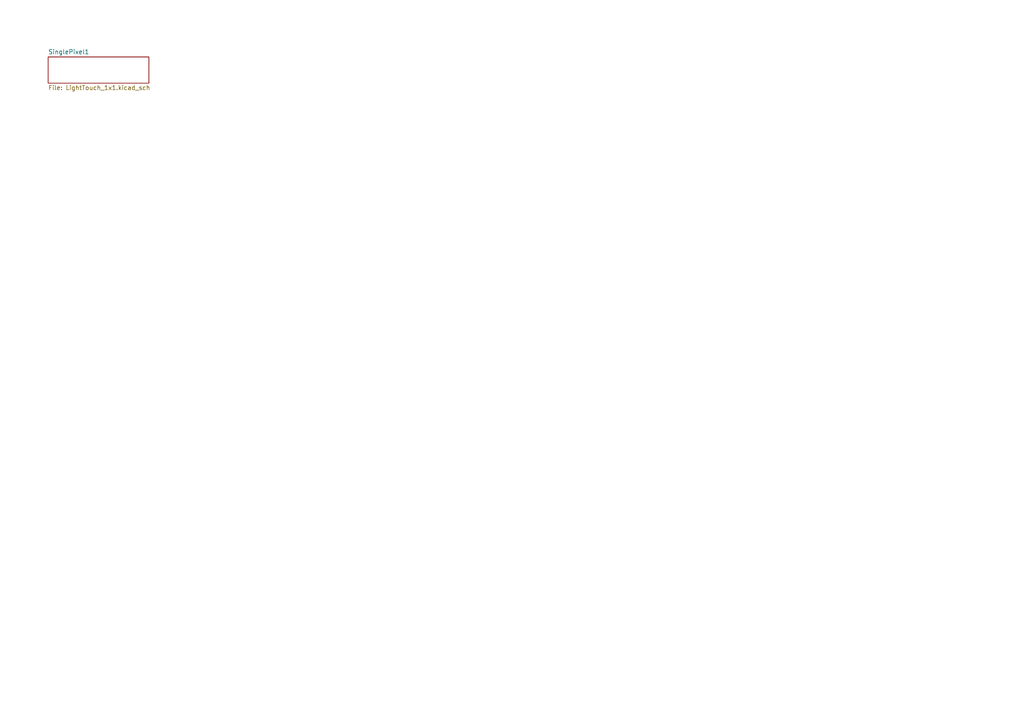
<source format=kicad_sch>
(kicad_sch
	(version 20250114)
	(generator "eeschema")
	(generator_version "9.0")
	(uuid "46dc7ff9-5ee8-4aa6-ae4f-f0407ca92e28")
	(paper "A4")
	(lib_symbols)
	(sheet
		(at 13.97 16.51)
		(size 29.21 7.62)
		(exclude_from_sim no)
		(in_bom yes)
		(on_board yes)
		(dnp no)
		(fields_autoplaced yes)
		(stroke
			(width 0.1524)
			(type solid)
		)
		(fill
			(color 0 0 0 0.0000)
		)
		(uuid "01e0514c-4452-4cd0-9070-af0c052bffe2")
		(property "Sheetname" "SinglePixel1"
			(at 13.97 15.7984 0)
			(effects
				(font
					(size 1.27 1.27)
				)
				(justify left bottom)
			)
		)
		(property "Sheetfile" "LightTouch_1x1.kicad_sch"
			(at 13.97 24.7146 0)
			(effects
				(font
					(size 1.27 1.27)
				)
				(justify left top)
			)
		)
		(instances
			(project "LightTouch_10x10"
				(path "/46dc7ff9-5ee8-4aa6-ae4f-f0407ca92e28"
					(page "1")
				)
			)
		)
	)
	(sheet_instances
		(path "/"
			(page "0")
		)
	)
	(embedded_fonts no)
)

</source>
